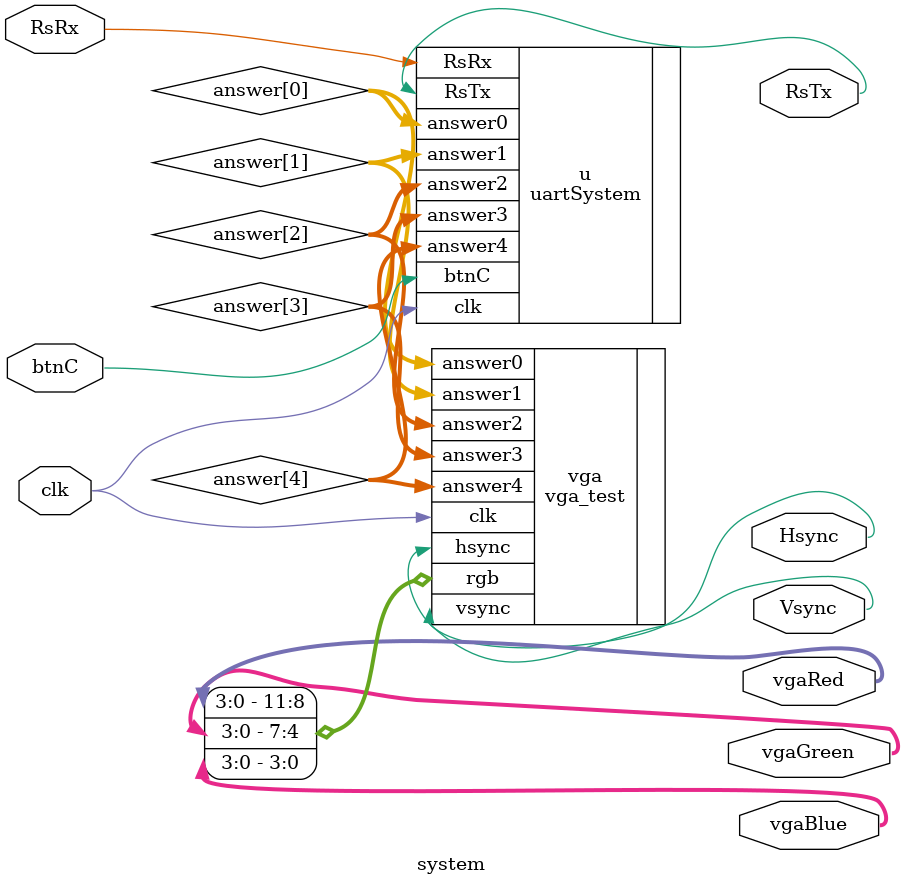
<source format=v>
`timescale 1ns / 1ps
module system(
    output wire RsTx,
    input wire RsRx,
    output wire [3:0]vgaRed, vgaGreen, vgaBlue,
    output wire Hsync, Vsync,
    input btnC, clk
    );

wire [7:0] answer[0:4];

vga_test vga(
    .clk(clk), 
    .answer4(answer[4]),
    .answer3(answer[3]),
    .answer2(answer[2]),
    .answer1(answer[1]),
    .answer0(answer[0]),
    .hsync(Hsync),
    .vsync(Vsync),
    .rgb({vgaRed, vgaGreen, vgaBlue})
);

uartSystem u(
    .clk(clk),
    .RsRx(RsRx),
    .btnC(btnC),
    .RsTx(RsTx),
    .answer4(answer[4]),
    .answer3(answer[3]),
    .answer2(answer[2]),
    .answer1(answer[1]),
    .answer0(answer[0])
);

endmodule
</source>
